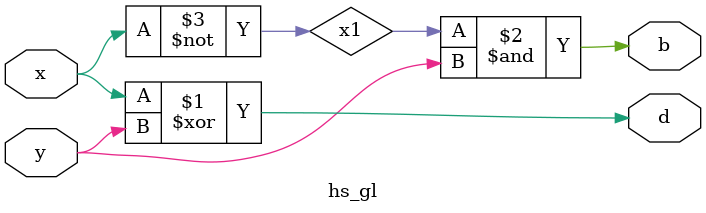
<source format=v>
module hs_gl(x,y,d,b);
input x,y;
output d,b;
wire x1;
not N1(x1,x);
xor X1(d,x,y);
and A1(b,x1,y);
endmodule
</source>
